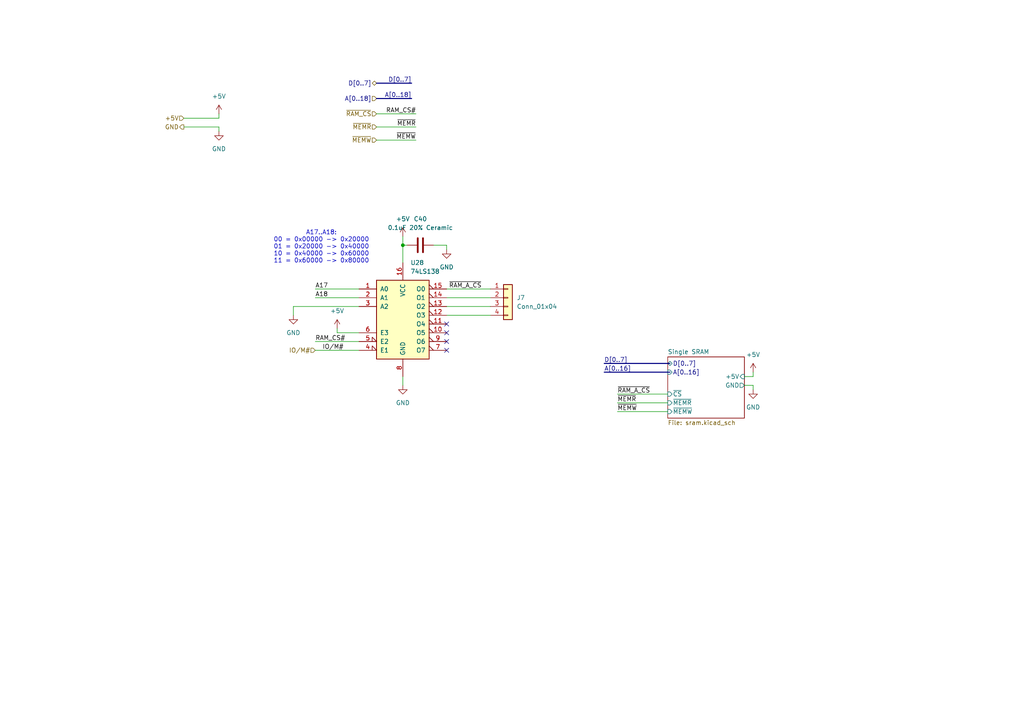
<source format=kicad_sch>
(kicad_sch
	(version 20231120)
	(generator "eeschema")
	(generator_version "8.0")
	(uuid "c80cb149-d59a-4286-8a1d-49dd5994497b")
	(paper "A4")
	(lib_symbols
		(symbol "74xx:74LS138"
			(pin_names
				(offset 1.016)
			)
			(exclude_from_sim no)
			(in_bom yes)
			(on_board yes)
			(property "Reference" "U"
				(at -7.62 11.43 0)
				(effects
					(font
						(size 1.27 1.27)
					)
				)
			)
			(property "Value" "74LS138"
				(at -7.62 -13.97 0)
				(effects
					(font
						(size 1.27 1.27)
					)
				)
			)
			(property "Footprint" ""
				(at 0 0 0)
				(effects
					(font
						(size 1.27 1.27)
					)
					(hide yes)
				)
			)
			(property "Datasheet" "http://www.ti.com/lit/gpn/sn74LS138"
				(at 0 0 0)
				(effects
					(font
						(size 1.27 1.27)
					)
					(hide yes)
				)
			)
			(property "Description" "Decoder 3 to 8 active low outputs"
				(at 0 0 0)
				(effects
					(font
						(size 1.27 1.27)
					)
					(hide yes)
				)
			)
			(property "ki_locked" ""
				(at 0 0 0)
				(effects
					(font
						(size 1.27 1.27)
					)
				)
			)
			(property "ki_keywords" "TTL DECOD DECOD8"
				(at 0 0 0)
				(effects
					(font
						(size 1.27 1.27)
					)
					(hide yes)
				)
			)
			(property "ki_fp_filters" "DIP?16*"
				(at 0 0 0)
				(effects
					(font
						(size 1.27 1.27)
					)
					(hide yes)
				)
			)
			(symbol "74LS138_1_0"
				(pin input line
					(at -12.7 7.62 0)
					(length 5.08)
					(name "A0"
						(effects
							(font
								(size 1.27 1.27)
							)
						)
					)
					(number "1"
						(effects
							(font
								(size 1.27 1.27)
							)
						)
					)
				)
				(pin output output_low
					(at 12.7 -5.08 180)
					(length 5.08)
					(name "O5"
						(effects
							(font
								(size 1.27 1.27)
							)
						)
					)
					(number "10"
						(effects
							(font
								(size 1.27 1.27)
							)
						)
					)
				)
				(pin output output_low
					(at 12.7 -2.54 180)
					(length 5.08)
					(name "O4"
						(effects
							(font
								(size 1.27 1.27)
							)
						)
					)
					(number "11"
						(effects
							(font
								(size 1.27 1.27)
							)
						)
					)
				)
				(pin output output_low
					(at 12.7 0 180)
					(length 5.08)
					(name "O3"
						(effects
							(font
								(size 1.27 1.27)
							)
						)
					)
					(number "12"
						(effects
							(font
								(size 1.27 1.27)
							)
						)
					)
				)
				(pin output output_low
					(at 12.7 2.54 180)
					(length 5.08)
					(name "O2"
						(effects
							(font
								(size 1.27 1.27)
							)
						)
					)
					(number "13"
						(effects
							(font
								(size 1.27 1.27)
							)
						)
					)
				)
				(pin output output_low
					(at 12.7 5.08 180)
					(length 5.08)
					(name "O1"
						(effects
							(font
								(size 1.27 1.27)
							)
						)
					)
					(number "14"
						(effects
							(font
								(size 1.27 1.27)
							)
						)
					)
				)
				(pin output output_low
					(at 12.7 7.62 180)
					(length 5.08)
					(name "O0"
						(effects
							(font
								(size 1.27 1.27)
							)
						)
					)
					(number "15"
						(effects
							(font
								(size 1.27 1.27)
							)
						)
					)
				)
				(pin power_in line
					(at 0 15.24 270)
					(length 5.08)
					(name "VCC"
						(effects
							(font
								(size 1.27 1.27)
							)
						)
					)
					(number "16"
						(effects
							(font
								(size 1.27 1.27)
							)
						)
					)
				)
				(pin input line
					(at -12.7 5.08 0)
					(length 5.08)
					(name "A1"
						(effects
							(font
								(size 1.27 1.27)
							)
						)
					)
					(number "2"
						(effects
							(font
								(size 1.27 1.27)
							)
						)
					)
				)
				(pin input line
					(at -12.7 2.54 0)
					(length 5.08)
					(name "A2"
						(effects
							(font
								(size 1.27 1.27)
							)
						)
					)
					(number "3"
						(effects
							(font
								(size 1.27 1.27)
							)
						)
					)
				)
				(pin input input_low
					(at -12.7 -10.16 0)
					(length 5.08)
					(name "E1"
						(effects
							(font
								(size 1.27 1.27)
							)
						)
					)
					(number "4"
						(effects
							(font
								(size 1.27 1.27)
							)
						)
					)
				)
				(pin input input_low
					(at -12.7 -7.62 0)
					(length 5.08)
					(name "E2"
						(effects
							(font
								(size 1.27 1.27)
							)
						)
					)
					(number "5"
						(effects
							(font
								(size 1.27 1.27)
							)
						)
					)
				)
				(pin input line
					(at -12.7 -5.08 0)
					(length 5.08)
					(name "E3"
						(effects
							(font
								(size 1.27 1.27)
							)
						)
					)
					(number "6"
						(effects
							(font
								(size 1.27 1.27)
							)
						)
					)
				)
				(pin output output_low
					(at 12.7 -10.16 180)
					(length 5.08)
					(name "O7"
						(effects
							(font
								(size 1.27 1.27)
							)
						)
					)
					(number "7"
						(effects
							(font
								(size 1.27 1.27)
							)
						)
					)
				)
				(pin power_in line
					(at 0 -17.78 90)
					(length 5.08)
					(name "GND"
						(effects
							(font
								(size 1.27 1.27)
							)
						)
					)
					(number "8"
						(effects
							(font
								(size 1.27 1.27)
							)
						)
					)
				)
				(pin output output_low
					(at 12.7 -7.62 180)
					(length 5.08)
					(name "O6"
						(effects
							(font
								(size 1.27 1.27)
							)
						)
					)
					(number "9"
						(effects
							(font
								(size 1.27 1.27)
							)
						)
					)
				)
			)
			(symbol "74LS138_1_1"
				(rectangle
					(start -7.62 10.16)
					(end 7.62 -12.7)
					(stroke
						(width 0.254)
						(type default)
					)
					(fill
						(type background)
					)
				)
			)
		)
		(symbol "Connector_Generic:Conn_01x04"
			(pin_names
				(offset 1.016) hide)
			(exclude_from_sim no)
			(in_bom yes)
			(on_board yes)
			(property "Reference" "J"
				(at 0 5.08 0)
				(effects
					(font
						(size 1.27 1.27)
					)
				)
			)
			(property "Value" "Conn_01x04"
				(at 0 -7.62 0)
				(effects
					(font
						(size 1.27 1.27)
					)
				)
			)
			(property "Footprint" ""
				(at 0 0 0)
				(effects
					(font
						(size 1.27 1.27)
					)
					(hide yes)
				)
			)
			(property "Datasheet" "~"
				(at 0 0 0)
				(effects
					(font
						(size 1.27 1.27)
					)
					(hide yes)
				)
			)
			(property "Description" "Generic connector, single row, 01x04, script generated (kicad-library-utils/schlib/autogen/connector/)"
				(at 0 0 0)
				(effects
					(font
						(size 1.27 1.27)
					)
					(hide yes)
				)
			)
			(property "ki_keywords" "connector"
				(at 0 0 0)
				(effects
					(font
						(size 1.27 1.27)
					)
					(hide yes)
				)
			)
			(property "ki_fp_filters" "Connector*:*_1x??_*"
				(at 0 0 0)
				(effects
					(font
						(size 1.27 1.27)
					)
					(hide yes)
				)
			)
			(symbol "Conn_01x04_1_1"
				(rectangle
					(start -1.27 -4.953)
					(end 0 -5.207)
					(stroke
						(width 0.1524)
						(type default)
					)
					(fill
						(type none)
					)
				)
				(rectangle
					(start -1.27 -2.413)
					(end 0 -2.667)
					(stroke
						(width 0.1524)
						(type default)
					)
					(fill
						(type none)
					)
				)
				(rectangle
					(start -1.27 0.127)
					(end 0 -0.127)
					(stroke
						(width 0.1524)
						(type default)
					)
					(fill
						(type none)
					)
				)
				(rectangle
					(start -1.27 2.667)
					(end 0 2.413)
					(stroke
						(width 0.1524)
						(type default)
					)
					(fill
						(type none)
					)
				)
				(rectangle
					(start -1.27 3.81)
					(end 1.27 -6.35)
					(stroke
						(width 0.254)
						(type default)
					)
					(fill
						(type background)
					)
				)
				(pin passive line
					(at -5.08 2.54 0)
					(length 3.81)
					(name "Pin_1"
						(effects
							(font
								(size 1.27 1.27)
							)
						)
					)
					(number "1"
						(effects
							(font
								(size 1.27 1.27)
							)
						)
					)
				)
				(pin passive line
					(at -5.08 0 0)
					(length 3.81)
					(name "Pin_2"
						(effects
							(font
								(size 1.27 1.27)
							)
						)
					)
					(number "2"
						(effects
							(font
								(size 1.27 1.27)
							)
						)
					)
				)
				(pin passive line
					(at -5.08 -2.54 0)
					(length 3.81)
					(name "Pin_3"
						(effects
							(font
								(size 1.27 1.27)
							)
						)
					)
					(number "3"
						(effects
							(font
								(size 1.27 1.27)
							)
						)
					)
				)
				(pin passive line
					(at -5.08 -5.08 0)
					(length 3.81)
					(name "Pin_4"
						(effects
							(font
								(size 1.27 1.27)
							)
						)
					)
					(number "4"
						(effects
							(font
								(size 1.27 1.27)
							)
						)
					)
				)
			)
		)
		(symbol "Device:C"
			(pin_numbers hide)
			(pin_names
				(offset 0.254)
			)
			(exclude_from_sim no)
			(in_bom yes)
			(on_board yes)
			(property "Reference" "C"
				(at 0.635 2.54 0)
				(effects
					(font
						(size 1.27 1.27)
					)
					(justify left)
				)
			)
			(property "Value" "C"
				(at 0.635 -2.54 0)
				(effects
					(font
						(size 1.27 1.27)
					)
					(justify left)
				)
			)
			(property "Footprint" ""
				(at 0.9652 -3.81 0)
				(effects
					(font
						(size 1.27 1.27)
					)
					(hide yes)
				)
			)
			(property "Datasheet" "~"
				(at 0 0 0)
				(effects
					(font
						(size 1.27 1.27)
					)
					(hide yes)
				)
			)
			(property "Description" "Unpolarized capacitor"
				(at 0 0 0)
				(effects
					(font
						(size 1.27 1.27)
					)
					(hide yes)
				)
			)
			(property "ki_keywords" "cap capacitor"
				(at 0 0 0)
				(effects
					(font
						(size 1.27 1.27)
					)
					(hide yes)
				)
			)
			(property "ki_fp_filters" "C_*"
				(at 0 0 0)
				(effects
					(font
						(size 1.27 1.27)
					)
					(hide yes)
				)
			)
			(symbol "C_0_1"
				(polyline
					(pts
						(xy -2.032 -0.762) (xy 2.032 -0.762)
					)
					(stroke
						(width 0.508)
						(type default)
					)
					(fill
						(type none)
					)
				)
				(polyline
					(pts
						(xy -2.032 0.762) (xy 2.032 0.762)
					)
					(stroke
						(width 0.508)
						(type default)
					)
					(fill
						(type none)
					)
				)
			)
			(symbol "C_1_1"
				(pin passive line
					(at 0 3.81 270)
					(length 2.794)
					(name "~"
						(effects
							(font
								(size 1.27 1.27)
							)
						)
					)
					(number "1"
						(effects
							(font
								(size 1.27 1.27)
							)
						)
					)
				)
				(pin passive line
					(at 0 -3.81 90)
					(length 2.794)
					(name "~"
						(effects
							(font
								(size 1.27 1.27)
							)
						)
					)
					(number "2"
						(effects
							(font
								(size 1.27 1.27)
							)
						)
					)
				)
			)
		)
		(symbol "power:+5V"
			(power)
			(pin_names
				(offset 0)
			)
			(exclude_from_sim no)
			(in_bom yes)
			(on_board yes)
			(property "Reference" "#PWR"
				(at 0 -3.81 0)
				(effects
					(font
						(size 1.27 1.27)
					)
					(hide yes)
				)
			)
			(property "Value" "+5V"
				(at 0 3.556 0)
				(effects
					(font
						(size 1.27 1.27)
					)
				)
			)
			(property "Footprint" ""
				(at 0 0 0)
				(effects
					(font
						(size 1.27 1.27)
					)
					(hide yes)
				)
			)
			(property "Datasheet" ""
				(at 0 0 0)
				(effects
					(font
						(size 1.27 1.27)
					)
					(hide yes)
				)
			)
			(property "Description" "Power symbol creates a global label with name \"+5V\""
				(at 0 0 0)
				(effects
					(font
						(size 1.27 1.27)
					)
					(hide yes)
				)
			)
			(property "ki_keywords" "global power"
				(at 0 0 0)
				(effects
					(font
						(size 1.27 1.27)
					)
					(hide yes)
				)
			)
			(symbol "+5V_0_1"
				(polyline
					(pts
						(xy -0.762 1.27) (xy 0 2.54)
					)
					(stroke
						(width 0)
						(type default)
					)
					(fill
						(type none)
					)
				)
				(polyline
					(pts
						(xy 0 0) (xy 0 2.54)
					)
					(stroke
						(width 0)
						(type default)
					)
					(fill
						(type none)
					)
				)
				(polyline
					(pts
						(xy 0 2.54) (xy 0.762 1.27)
					)
					(stroke
						(width 0)
						(type default)
					)
					(fill
						(type none)
					)
				)
			)
			(symbol "+5V_1_1"
				(pin power_in line
					(at 0 0 90)
					(length 0) hide
					(name "+5V"
						(effects
							(font
								(size 1.27 1.27)
							)
						)
					)
					(number "1"
						(effects
							(font
								(size 1.27 1.27)
							)
						)
					)
				)
			)
		)
		(symbol "power:GND"
			(power)
			(pin_names
				(offset 0)
			)
			(exclude_from_sim no)
			(in_bom yes)
			(on_board yes)
			(property "Reference" "#PWR"
				(at 0 -6.35 0)
				(effects
					(font
						(size 1.27 1.27)
					)
					(hide yes)
				)
			)
			(property "Value" "GND"
				(at 0 -3.81 0)
				(effects
					(font
						(size 1.27 1.27)
					)
				)
			)
			(property "Footprint" ""
				(at 0 0 0)
				(effects
					(font
						(size 1.27 1.27)
					)
					(hide yes)
				)
			)
			(property "Datasheet" ""
				(at 0 0 0)
				(effects
					(font
						(size 1.27 1.27)
					)
					(hide yes)
				)
			)
			(property "Description" "Power symbol creates a global label with name \"GND\" , ground"
				(at 0 0 0)
				(effects
					(font
						(size 1.27 1.27)
					)
					(hide yes)
				)
			)
			(property "ki_keywords" "global power"
				(at 0 0 0)
				(effects
					(font
						(size 1.27 1.27)
					)
					(hide yes)
				)
			)
			(symbol "GND_0_1"
				(polyline
					(pts
						(xy 0 0) (xy 0 -1.27) (xy 1.27 -1.27) (xy 0 -2.54) (xy -1.27 -1.27) (xy 0 -1.27)
					)
					(stroke
						(width 0)
						(type default)
					)
					(fill
						(type none)
					)
				)
			)
			(symbol "GND_1_1"
				(pin power_in line
					(at 0 0 270)
					(length 0) hide
					(name "GND"
						(effects
							(font
								(size 1.27 1.27)
							)
						)
					)
					(number "1"
						(effects
							(font
								(size 1.27 1.27)
							)
						)
					)
				)
			)
		)
	)
	(junction
		(at 116.84 71.12)
		(diameter 0)
		(color 0 0 0 0)
		(uuid "4fb2c74a-609b-44bc-b84d-a2fbba5549ee")
	)
	(no_connect
		(at 129.54 99.06)
		(uuid "0107f384-0e64-4e02-bd6c-ae2634b273d5")
	)
	(no_connect
		(at 129.54 93.98)
		(uuid "56135e8b-2db2-4163-83bb-8ba12c630132")
	)
	(no_connect
		(at 129.54 101.6)
		(uuid "7bc3e47d-8f12-4c62-9e16-c0622cf2a1c7")
	)
	(no_connect
		(at 129.54 96.52)
		(uuid "e64dcd32-1090-4366-95d3-96e3e4e65f43")
	)
	(wire
		(pts
			(xy 179.07 116.84) (xy 193.675 116.84)
		)
		(stroke
			(width 0)
			(type default)
		)
		(uuid "02d631bb-7bff-4305-92af-9e98e9af850a")
	)
	(wire
		(pts
			(xy 125.73 71.12) (xy 129.54 71.12)
		)
		(stroke
			(width 0)
			(type default)
		)
		(uuid "0caf55c4-af2b-496d-8acc-3dc9c7f84c00")
	)
	(wire
		(pts
			(xy 116.84 109.22) (xy 116.84 111.76)
		)
		(stroke
			(width 0)
			(type default)
		)
		(uuid "0cc517dd-f27a-4c71-a398-999065b9e5a2")
	)
	(bus
		(pts
			(xy 109.22 28.575) (xy 119.38 28.575)
		)
		(stroke
			(width 0)
			(type default)
		)
		(uuid "12868d05-d9d0-4cce-823a-7a33db41f29e")
	)
	(wire
		(pts
			(xy 215.9 111.76) (xy 218.44 111.76)
		)
		(stroke
			(width 0)
			(type default)
		)
		(uuid "2973d781-2153-4027-9fda-3d3ffbddb80f")
	)
	(bus
		(pts
			(xy 175.26 107.95) (xy 194.31 107.95)
		)
		(stroke
			(width 0)
			(type default)
		)
		(uuid "2ca5417a-9712-4c5e-848f-7b05904d12a4")
	)
	(wire
		(pts
			(xy 109.22 33.02) (xy 120.65 33.02)
		)
		(stroke
			(width 0)
			(type default)
		)
		(uuid "35feeed1-ea0f-498a-8b1e-31830a6c218c")
	)
	(bus
		(pts
			(xy 109.22 24.13) (xy 119.38 24.13)
		)
		(stroke
			(width 0)
			(type default)
		)
		(uuid "36172b30-c4bd-4f9a-9c29-b20b4104553c")
	)
	(wire
		(pts
			(xy 63.5 36.83) (xy 63.5 38.1)
		)
		(stroke
			(width 0)
			(type default)
		)
		(uuid "43fa1e72-0633-45f3-8ef9-ae38333a1e97")
	)
	(wire
		(pts
			(xy 97.79 95.25) (xy 97.79 96.52)
		)
		(stroke
			(width 0)
			(type default)
		)
		(uuid "44c8bba2-9047-4bf5-bd99-76278ad1bdb0")
	)
	(wire
		(pts
			(xy 129.54 83.82) (xy 142.24 83.82)
		)
		(stroke
			(width 0)
			(type default)
		)
		(uuid "490cfe3b-902c-4608-8475-97e3a3f28138")
	)
	(wire
		(pts
			(xy 91.44 83.82) (xy 104.14 83.82)
		)
		(stroke
			(width 0)
			(type default)
		)
		(uuid "5852c9a2-d989-4a1c-bb7b-23eebf1c900d")
	)
	(wire
		(pts
			(xy 91.44 99.06) (xy 104.14 99.06)
		)
		(stroke
			(width 0)
			(type default)
		)
		(uuid "5b6c14f5-ead5-40d8-9b23-81c390af0c37")
	)
	(wire
		(pts
			(xy 109.22 36.83) (xy 120.65 36.83)
		)
		(stroke
			(width 0)
			(type default)
		)
		(uuid "6e2adfbc-27e1-484a-9cf1-6356679b7728")
	)
	(wire
		(pts
			(xy 109.22 40.64) (xy 120.65 40.64)
		)
		(stroke
			(width 0)
			(type default)
		)
		(uuid "6e85ebb9-3187-4376-af65-267a9ae07fce")
	)
	(wire
		(pts
			(xy 97.79 96.52) (xy 104.14 96.52)
		)
		(stroke
			(width 0)
			(type default)
		)
		(uuid "75a67d16-f989-4022-b52c-6992fd60c867")
	)
	(wire
		(pts
			(xy 116.84 71.12) (xy 118.11 71.12)
		)
		(stroke
			(width 0)
			(type default)
		)
		(uuid "76e0c84d-0fc8-49c7-ba1e-f1d3b2924a70")
	)
	(wire
		(pts
			(xy 91.44 86.36) (xy 104.14 86.36)
		)
		(stroke
			(width 0)
			(type default)
		)
		(uuid "7945a306-79ea-4cac-8be2-201b7725c1de")
	)
	(wire
		(pts
			(xy 116.84 68.58) (xy 116.84 71.12)
		)
		(stroke
			(width 0)
			(type default)
		)
		(uuid "7e6262e5-516e-4c2f-9980-9e351b63eab7")
	)
	(wire
		(pts
			(xy 116.84 71.12) (xy 116.84 76.2)
		)
		(stroke
			(width 0)
			(type default)
		)
		(uuid "8354f1c2-542a-422b-8ec6-6f3db1f10938")
	)
	(wire
		(pts
			(xy 218.44 111.76) (xy 218.44 113.03)
		)
		(stroke
			(width 0)
			(type default)
		)
		(uuid "8e569522-ff04-43bf-8559-8af97fa8db84")
	)
	(wire
		(pts
			(xy 129.54 71.12) (xy 129.54 72.39)
		)
		(stroke
			(width 0)
			(type default)
		)
		(uuid "9a72c26c-eb17-4b25-8908-0130516863dd")
	)
	(wire
		(pts
			(xy 91.44 101.6) (xy 104.14 101.6)
		)
		(stroke
			(width 0)
			(type default)
		)
		(uuid "9f5117b2-2c9a-400e-bb1c-e2ce370a5a08")
	)
	(wire
		(pts
			(xy 129.54 91.44) (xy 142.24 91.44)
		)
		(stroke
			(width 0)
			(type default)
		)
		(uuid "a4a9c4d1-ce5a-45ee-9338-72fc9bc6ac55")
	)
	(bus
		(pts
			(xy 175.26 105.41) (xy 194.31 105.41)
		)
		(stroke
			(width 0)
			(type default)
		)
		(uuid "a64621eb-6536-4a12-9a05-013f6c8cfd8d")
	)
	(wire
		(pts
			(xy 179.07 114.3) (xy 193.675 114.3)
		)
		(stroke
			(width 0)
			(type default)
		)
		(uuid "a8d7349f-b397-4823-8161-ee2519692f1f")
	)
	(wire
		(pts
			(xy 53.34 34.29) (xy 63.5 34.29)
		)
		(stroke
			(width 0)
			(type default)
		)
		(uuid "b0c8868f-6335-46b0-8391-5e6bd64b162a")
	)
	(wire
		(pts
			(xy 218.44 109.22) (xy 218.44 107.95)
		)
		(stroke
			(width 0)
			(type default)
		)
		(uuid "b56aaa0d-3320-4acc-80d1-832a729125c5")
	)
	(wire
		(pts
			(xy 104.14 88.9) (xy 85.09 88.9)
		)
		(stroke
			(width 0)
			(type default)
		)
		(uuid "c74f05c7-502d-49c6-afb6-d8c008ae7568")
	)
	(wire
		(pts
			(xy 129.54 88.9) (xy 142.24 88.9)
		)
		(stroke
			(width 0)
			(type default)
		)
		(uuid "dc72c552-f03a-4c8a-8409-af1cdca081ba")
	)
	(wire
		(pts
			(xy 85.09 88.9) (xy 85.09 91.44)
		)
		(stroke
			(width 0)
			(type default)
		)
		(uuid "dd45e4ec-f51d-45d0-9bb1-dad5ef0a0c74")
	)
	(wire
		(pts
			(xy 63.5 34.29) (xy 63.5 33.02)
		)
		(stroke
			(width 0)
			(type default)
		)
		(uuid "de1fbb63-3197-41aa-ab7d-cf6765f9bb6d")
	)
	(wire
		(pts
			(xy 53.34 36.83) (xy 63.5 36.83)
		)
		(stroke
			(width 0)
			(type default)
		)
		(uuid "eb88d9f1-a0a7-4778-9ac6-341ff6d9b74b")
	)
	(wire
		(pts
			(xy 179.07 119.38) (xy 193.675 119.38)
		)
		(stroke
			(width 0)
			(type default)
		)
		(uuid "ed18325c-58a1-4c97-95e3-35173a9c9b09")
	)
	(wire
		(pts
			(xy 215.9 109.22) (xy 218.44 109.22)
		)
		(stroke
			(width 0)
			(type default)
		)
		(uuid "ef89ff66-4da0-4956-9f34-50cc0142546a")
	)
	(wire
		(pts
			(xy 129.54 86.36) (xy 142.24 86.36)
		)
		(stroke
			(width 0)
			(type default)
		)
		(uuid "f8805462-3982-4c70-80af-47317c4a3269")
	)
	(text "A17..A18:\n00 = 0x00000 -> 0x20000\n01 = 0x20000 -> 0x40000\n10 = 0x40000 -> 0x60000\n11 = 0x60000 -> 0x80000\n"
		(exclude_from_sim no)
		(at 93.218 71.628 0)
		(effects
			(font
				(size 1.27 1.27)
			)
		)
		(uuid "8b3ef535-6301-41e5-923c-9032ce0727f0")
	)
	(label "A17"
		(at 91.44 83.82 0)
		(fields_autoplaced yes)
		(effects
			(font
				(size 1.27 1.27)
			)
			(justify left bottom)
		)
		(uuid "0ca5a6c2-312c-4070-847a-1b93498d8591")
	)
	(label "A18"
		(at 91.44 86.36 0)
		(fields_autoplaced yes)
		(effects
			(font
				(size 1.27 1.27)
			)
			(justify left bottom)
		)
		(uuid "167a76b3-5a82-4124-ba99-51aa7fa3d344")
	)
	(label "~{RAM_A_CS}"
		(at 139.7 83.82 180)
		(fields_autoplaced yes)
		(effects
			(font
				(size 1.27 1.27)
			)
			(justify right bottom)
		)
		(uuid "272b4d40-44c6-4104-8e52-e6a7f8c0d2d2")
	)
	(label "~{MEMR}"
		(at 120.65 36.83 180)
		(fields_autoplaced yes)
		(effects
			(font
				(size 1.27 1.27)
			)
			(justify right bottom)
		)
		(uuid "619ef0f1-36d4-4fa5-83fe-8db657fcc366")
	)
	(label "D[0..7]"
		(at 175.26 105.41 0)
		(fields_autoplaced yes)
		(effects
			(font
				(size 1.27 1.27)
			)
			(justify left bottom)
		)
		(uuid "682164c3-323e-4a2a-a507-5af4262a719b")
	)
	(label "A[0..18]"
		(at 119.38 28.575 180)
		(fields_autoplaced yes)
		(effects
			(font
				(size 1.27 1.27)
			)
			(justify right bottom)
		)
		(uuid "771a1827-35ae-4a04-92be-f571c0c9db3f")
	)
	(label "IO{slash}M#"
		(at 99.695 101.6 180)
		(fields_autoplaced yes)
		(effects
			(font
				(size 1.27 1.27)
			)
			(justify right bottom)
		)
		(uuid "8d60c396-daa4-46ad-b823-518ef0fd64c7")
	)
	(label "~{MEMW}"
		(at 179.07 119.38 0)
		(fields_autoplaced yes)
		(effects
			(font
				(size 1.27 1.27)
			)
			(justify left bottom)
		)
		(uuid "a4ee53e2-183d-40a6-915c-c02f029ef27f")
	)
	(label "~{MEMW}"
		(at 120.65 40.64 180)
		(fields_autoplaced yes)
		(effects
			(font
				(size 1.27 1.27)
			)
			(justify right bottom)
		)
		(uuid "aa92e865-9d17-45e6-a6ba-a8bcf3fe0203")
	)
	(label "~{RAM_A_CS}"
		(at 179.07 114.3 0)
		(fields_autoplaced yes)
		(effects
			(font
				(size 1.27 1.27)
			)
			(justify left bottom)
		)
		(uuid "c518b9aa-ba07-4663-aa4d-60bdb2857b1a")
	)
	(label "RAM_CS#"
		(at 120.65 33.02 180)
		(fields_autoplaced yes)
		(effects
			(font
				(size 1.27 1.27)
			)
			(justify right bottom)
		)
		(uuid "d1ef114d-aa85-4f51-85b2-07e5270c6d29")
	)
	(label "D[0..7]"
		(at 119.38 24.13 180)
		(fields_autoplaced yes)
		(effects
			(font
				(size 1.27 1.27)
			)
			(justify right bottom)
		)
		(uuid "e123bc42-4902-43cc-96f8-829d3f544173")
	)
	(label "~{MEMR}"
		(at 179.07 116.84 0)
		(fields_autoplaced yes)
		(effects
			(font
				(size 1.27 1.27)
			)
			(justify left bottom)
		)
		(uuid "e4f2d1fe-f55e-40dc-9c0d-a3ca974286b1")
	)
	(label "RAM_CS#"
		(at 91.44 99.06 0)
		(fields_autoplaced yes)
		(effects
			(font
				(size 1.27 1.27)
			)
			(justify left bottom)
		)
		(uuid "e857f5cb-b1be-4e62-a391-70e29c2e5e23")
	)
	(label "A[0..16]"
		(at 175.26 107.95 0)
		(fields_autoplaced yes)
		(effects
			(font
				(size 1.27 1.27)
			)
			(justify left bottom)
		)
		(uuid "ff7fa03b-3aee-43e7-8a5d-196730ef1607")
	)
	(hierarchical_label "~{MEMW}"
		(shape input)
		(at 109.22 40.64 180)
		(fields_autoplaced yes)
		(effects
			(font
				(size 1.27 1.27)
			)
			(justify right)
		)
		(uuid "0f10f364-7708-4b1f-b636-fe1dbde993ab")
	)
	(hierarchical_label "+5V"
		(shape input)
		(at 53.34 34.29 180)
		(fields_autoplaced yes)
		(effects
			(font
				(size 1.27 1.27)
			)
			(justify right)
		)
		(uuid "37ea6d5c-c4f9-44ed-9f1b-44c6e86969d8")
	)
	(hierarchical_label "GND"
		(shape output)
		(at 53.34 36.83 180)
		(fields_autoplaced yes)
		(effects
			(font
				(size 1.27 1.27)
			)
			(justify right)
		)
		(uuid "793aa57f-54e5-4c49-ab9c-bf3971deb906")
	)
	(hierarchical_label "~{RAM_CS}"
		(shape input)
		(at 109.22 33.02 180)
		(fields_autoplaced yes)
		(effects
			(font
				(size 1.27 1.27)
			)
			(justify right)
		)
		(uuid "873c652a-65cf-4a33-84a7-2e67249c5dc3")
	)
	(hierarchical_label "~{MEMR}"
		(shape input)
		(at 109.22 36.83 180)
		(fields_autoplaced yes)
		(effects
			(font
				(size 1.27 1.27)
			)
			(justify right)
		)
		(uuid "917a2aa4-2ef5-411e-a6e5-a8832aa04d94")
	)
	(hierarchical_label "IO{slash}M#"
		(shape input)
		(at 91.44 101.6 180)
		(fields_autoplaced yes)
		(effects
			(font
				(size 1.27 1.27)
			)
			(justify right)
		)
		(uuid "ad97d553-5957-49ef-894a-1796e70bca35")
	)
	(hierarchical_label "D[0..7]"
		(shape bidirectional)
		(at 109.22 24.13 180)
		(fields_autoplaced yes)
		(effects
			(font
				(size 1.27 1.27)
			)
			(justify right)
		)
		(uuid "d237362d-ab1f-489d-a93c-f4d6a87b246a")
	)
	(hierarchical_label "A[0..18]"
		(shape input)
		(at 109.22 28.575 180)
		(fields_autoplaced yes)
		(effects
			(font
				(size 1.27 1.27)
			)
			(justify right)
		)
		(uuid "eaa5a6a1-13e6-49fc-8316-78cbc158b6c9")
	)
	(symbol
		(lib_id "power:+5V")
		(at 97.79 95.25 0)
		(unit 1)
		(exclude_from_sim no)
		(in_bom yes)
		(on_board yes)
		(dnp no)
		(fields_autoplaced yes)
		(uuid "036db2f0-59dd-4074-97d6-56773394eee6")
		(property "Reference" "#PWR080"
			(at 97.79 99.06 0)
			(effects
				(font
					(size 1.27 1.27)
				)
				(hide yes)
			)
		)
		(property "Value" "+5V"
			(at 97.79 90.17 0)
			(effects
				(font
					(size 1.27 1.27)
				)
			)
		)
		(property "Footprint" ""
			(at 97.79 95.25 0)
			(effects
				(font
					(size 1.27 1.27)
				)
				(hide yes)
			)
		)
		(property "Datasheet" ""
			(at 97.79 95.25 0)
			(effects
				(font
					(size 1.27 1.27)
				)
				(hide yes)
			)
		)
		(property "Description" ""
			(at 97.79 95.25 0)
			(effects
				(font
					(size 1.27 1.27)
				)
				(hide yes)
			)
		)
		(pin "1"
			(uuid "9efa1c83-0d99-472d-bc0a-e9aecde4b94c")
		)
		(instances
			(project "prototype_8088"
				(path "/5e468d94-0319-44d1-a77f-2adc451eed13/60e3f5cc-e9a1-4c51-8079-4abea41f3ef6"
					(reference "#PWR080")
					(unit 1)
				)
			)
		)
	)
	(symbol
		(lib_id "power:GND")
		(at 63.5 38.1 0)
		(unit 1)
		(exclude_from_sim no)
		(in_bom yes)
		(on_board yes)
		(dnp no)
		(fields_autoplaced yes)
		(uuid "4322f6b5-04ff-4b1b-b217-3a18a815cc1e")
		(property "Reference" "#PWR0219"
			(at 63.5 44.45 0)
			(effects
				(font
					(size 1.27 1.27)
				)
				(hide yes)
			)
		)
		(property "Value" "GND"
			(at 63.5 43.18 0)
			(effects
				(font
					(size 1.27 1.27)
				)
			)
		)
		(property "Footprint" ""
			(at 63.5 38.1 0)
			(effects
				(font
					(size 1.27 1.27)
				)
				(hide yes)
			)
		)
		(property "Datasheet" ""
			(at 63.5 38.1 0)
			(effects
				(font
					(size 1.27 1.27)
				)
				(hide yes)
			)
		)
		(property "Description" ""
			(at 63.5 38.1 0)
			(effects
				(font
					(size 1.27 1.27)
				)
				(hide yes)
			)
		)
		(pin "1"
			(uuid "608a38e7-cb9f-4818-a981-50e0e6c25753")
		)
		(instances
			(project "prototype_8088"
				(path "/5e468d94-0319-44d1-a77f-2adc451eed13/60e3f5cc-e9a1-4c51-8079-4abea41f3ef6"
					(reference "#PWR0219")
					(unit 1)
				)
			)
		)
	)
	(symbol
		(lib_id "74xx:74LS138")
		(at 116.84 91.44 0)
		(unit 1)
		(exclude_from_sim no)
		(in_bom yes)
		(on_board yes)
		(dnp no)
		(fields_autoplaced yes)
		(uuid "4bf08f00-1463-40d2-8a59-1f31fc930179")
		(property "Reference" "U28"
			(at 119.0341 76.2 0)
			(effects
				(font
					(size 1.27 1.27)
				)
				(justify left)
			)
		)
		(property "Value" "74LS138"
			(at 119.0341 78.74 0)
			(effects
				(font
					(size 1.27 1.27)
				)
				(justify left)
			)
		)
		(property "Footprint" "Package_DIP:DIP-16_W7.62mm_Socket"
			(at 116.84 91.44 0)
			(effects
				(font
					(size 1.27 1.27)
				)
				(hide yes)
			)
		)
		(property "Datasheet" "http://www.ti.com/lit/gpn/sn74LS138"
			(at 116.84 91.44 0)
			(effects
				(font
					(size 1.27 1.27)
				)
				(hide yes)
			)
		)
		(property "Description" "Decoder 3 to 8 active low outputs"
			(at 116.84 91.44 0)
			(effects
				(font
					(size 1.27 1.27)
				)
				(hide yes)
			)
		)
		(pin "5"
			(uuid "8353aed6-1ced-4a83-8a45-81fba9da29d9")
		)
		(pin "12"
			(uuid "ca7e9b52-8187-4ef0-82fa-c6f7c22d0fb0")
		)
		(pin "2"
			(uuid "21ff178d-dfb7-45bc-b8d0-0add6a4aa99c")
		)
		(pin "1"
			(uuid "eec6438e-ff10-458b-bb4d-974dba869eb5")
		)
		(pin "3"
			(uuid "f7a1e051-59ee-4702-9bbd-46950c7789de")
		)
		(pin "6"
			(uuid "cac68207-85c4-42d2-b499-dbe47bbf40ac")
		)
		(pin "11"
			(uuid "91f6c85b-999b-4ce2-9c16-6aa7f5f2b6b7")
		)
		(pin "4"
			(uuid "24a202f8-7f4c-4f7a-a997-2b858658f001")
		)
		(pin "16"
			(uuid "6e27e84c-7ad4-4730-9048-54879ccc0b27")
		)
		(pin "10"
			(uuid "50bfc27f-ab7a-4510-b8aa-bafcd9c9cfeb")
		)
		(pin "13"
			(uuid "ef551ab5-738e-4d03-a784-90b4bf95394f")
		)
		(pin "8"
			(uuid "873d6fac-a9c8-4d52-9a23-cb39e77d0454")
		)
		(pin "7"
			(uuid "b459e464-a4b0-45df-9bad-57561201f5b2")
		)
		(pin "15"
			(uuid "b87838b5-3665-4d8a-a1c4-b8631c2800a8")
		)
		(pin "9"
			(uuid "2bf05f93-725e-4bf4-8922-bcf362d4f6d0")
		)
		(pin "14"
			(uuid "eff6a5b2-574e-46f0-a8ac-f260d197f2e2")
		)
		(instances
			(project "prototype_8088"
				(path "/5e468d94-0319-44d1-a77f-2adc451eed13/60e3f5cc-e9a1-4c51-8079-4abea41f3ef6"
					(reference "U28")
					(unit 1)
				)
			)
		)
	)
	(symbol
		(lib_id "power:+5V")
		(at 63.5 33.02 0)
		(unit 1)
		(exclude_from_sim no)
		(in_bom yes)
		(on_board yes)
		(dnp no)
		(fields_autoplaced yes)
		(uuid "4c04b194-2f9d-402f-a5ce-b8b0f392cd9c")
		(property "Reference" "#PWR0218"
			(at 63.5 36.83 0)
			(effects
				(font
					(size 1.27 1.27)
				)
				(hide yes)
			)
		)
		(property "Value" "+5V"
			(at 63.5 27.94 0)
			(effects
				(font
					(size 1.27 1.27)
				)
			)
		)
		(property "Footprint" ""
			(at 63.5 33.02 0)
			(effects
				(font
					(size 1.27 1.27)
				)
				(hide yes)
			)
		)
		(property "Datasheet" ""
			(at 63.5 33.02 0)
			(effects
				(font
					(size 1.27 1.27)
				)
				(hide yes)
			)
		)
		(property "Description" ""
			(at 63.5 33.02 0)
			(effects
				(font
					(size 1.27 1.27)
				)
				(hide yes)
			)
		)
		(pin "1"
			(uuid "80ba1dae-e5cd-45d8-ab87-dcad67237c52")
		)
		(instances
			(project "prototype_8088"
				(path "/5e468d94-0319-44d1-a77f-2adc451eed13/60e3f5cc-e9a1-4c51-8079-4abea41f3ef6"
					(reference "#PWR0218")
					(unit 1)
				)
			)
		)
	)
	(symbol
		(lib_id "power:GND")
		(at 218.44 113.03 0)
		(unit 1)
		(exclude_from_sim no)
		(in_bom yes)
		(on_board yes)
		(dnp no)
		(fields_autoplaced yes)
		(uuid "69a8c64c-0b94-442a-81ac-2feff11ee513")
		(property "Reference" "#PWR0233"
			(at 218.44 119.38 0)
			(effects
				(font
					(size 1.27 1.27)
				)
				(hide yes)
			)
		)
		(property "Value" "GND"
			(at 218.44 118.11 0)
			(effects
				(font
					(size 1.27 1.27)
				)
			)
		)
		(property "Footprint" ""
			(at 218.44 113.03 0)
			(effects
				(font
					(size 1.27 1.27)
				)
				(hide yes)
			)
		)
		(property "Datasheet" ""
			(at 218.44 113.03 0)
			(effects
				(font
					(size 1.27 1.27)
				)
				(hide yes)
			)
		)
		(property "Description" ""
			(at 218.44 113.03 0)
			(effects
				(font
					(size 1.27 1.27)
				)
				(hide yes)
			)
		)
		(pin "1"
			(uuid "18fb035c-92f1-4730-8a66-29f977ce7348")
		)
		(instances
			(project "prototype_8088"
				(path "/5e468d94-0319-44d1-a77f-2adc451eed13/60e3f5cc-e9a1-4c51-8079-4abea41f3ef6"
					(reference "#PWR0233")
					(unit 1)
				)
			)
		)
	)
	(symbol
		(lib_id "power:GND")
		(at 129.54 72.39 0)
		(unit 1)
		(exclude_from_sim no)
		(in_bom yes)
		(on_board yes)
		(dnp no)
		(fields_autoplaced yes)
		(uuid "6b80ae8c-e1b2-4574-96cd-4d0ae86630d8")
		(property "Reference" "#PWR0223"
			(at 129.54 78.74 0)
			(effects
				(font
					(size 1.27 1.27)
				)
				(hide yes)
			)
		)
		(property "Value" "GND"
			(at 129.54 77.47 0)
			(effects
				(font
					(size 1.27 1.27)
				)
			)
		)
		(property "Footprint" ""
			(at 129.54 72.39 0)
			(effects
				(font
					(size 1.27 1.27)
				)
				(hide yes)
			)
		)
		(property "Datasheet" ""
			(at 129.54 72.39 0)
			(effects
				(font
					(size 1.27 1.27)
				)
				(hide yes)
			)
		)
		(property "Description" ""
			(at 129.54 72.39 0)
			(effects
				(font
					(size 1.27 1.27)
				)
				(hide yes)
			)
		)
		(pin "1"
			(uuid "3f2b8d73-25bb-4fc7-a366-196f65e9a000")
		)
		(instances
			(project "prototype_8088"
				(path "/5e468d94-0319-44d1-a77f-2adc451eed13/60e3f5cc-e9a1-4c51-8079-4abea41f3ef6"
					(reference "#PWR0223")
					(unit 1)
				)
			)
		)
	)
	(symbol
		(lib_id "Connector_Generic:Conn_01x04")
		(at 147.32 86.36 0)
		(unit 1)
		(exclude_from_sim no)
		(in_bom yes)
		(on_board yes)
		(dnp no)
		(fields_autoplaced yes)
		(uuid "b508898a-5ca9-43c3-ad15-6d75a787e371")
		(property "Reference" "J7"
			(at 149.86 86.3599 0)
			(effects
				(font
					(size 1.27 1.27)
				)
				(justify left)
			)
		)
		(property "Value" "Conn_01x04"
			(at 149.86 88.8999 0)
			(effects
				(font
					(size 1.27 1.27)
				)
				(justify left)
			)
		)
		(property "Footprint" "Connector_PinSocket_2.54mm:PinSocket_1x04_P2.54mm_Vertical"
			(at 147.32 86.36 0)
			(effects
				(font
					(size 1.27 1.27)
				)
				(hide yes)
			)
		)
		(property "Datasheet" "~"
			(at 147.32 86.36 0)
			(effects
				(font
					(size 1.27 1.27)
				)
				(hide yes)
			)
		)
		(property "Description" "Generic connector, single row, 01x04, script generated (kicad-library-utils/schlib/autogen/connector/)"
			(at 147.32 86.36 0)
			(effects
				(font
					(size 1.27 1.27)
				)
				(hide yes)
			)
		)
		(pin "3"
			(uuid "215beb11-2025-428b-a25e-5532e7037936")
		)
		(pin "1"
			(uuid "2fc1c798-9f20-420e-81d0-f2229820ce30")
		)
		(pin "2"
			(uuid "0b63679b-0aef-4f13-856b-f106490f1c70")
		)
		(pin "4"
			(uuid "82bb2d50-cf8c-4783-b833-866c4c72208a")
		)
		(instances
			(project "prototype_8088"
				(path "/5e468d94-0319-44d1-a77f-2adc451eed13/60e3f5cc-e9a1-4c51-8079-4abea41f3ef6"
					(reference "J7")
					(unit 1)
				)
			)
		)
	)
	(symbol
		(lib_id "power:GND")
		(at 116.84 111.76 0)
		(unit 1)
		(exclude_from_sim no)
		(in_bom yes)
		(on_board yes)
		(dnp no)
		(fields_autoplaced yes)
		(uuid "ba0ebf63-0074-4180-ac05-2da00bb58af8")
		(property "Reference" "#PWR077"
			(at 116.84 118.11 0)
			(effects
				(font
					(size 1.27 1.27)
				)
				(hide yes)
			)
		)
		(property "Value" "GND"
			(at 116.84 116.84 0)
			(effects
				(font
					(size 1.27 1.27)
				)
			)
		)
		(property "Footprint" ""
			(at 116.84 111.76 0)
			(effects
				(font
					(size 1.27 1.27)
				)
				(hide yes)
			)
		)
		(property "Datasheet" ""
			(at 116.84 111.76 0)
			(effects
				(font
					(size 1.27 1.27)
				)
				(hide yes)
			)
		)
		(property "Description" ""
			(at 116.84 111.76 0)
			(effects
				(font
					(size 1.27 1.27)
				)
				(hide yes)
			)
		)
		(pin "1"
			(uuid "68a40092-895e-4d3a-893e-82a9d7fb635b")
		)
		(instances
			(project "prototype_8088"
				(path "/5e468d94-0319-44d1-a77f-2adc451eed13/60e3f5cc-e9a1-4c51-8079-4abea41f3ef6"
					(reference "#PWR077")
					(unit 1)
				)
			)
		)
	)
	(symbol
		(lib_id "Device:C")
		(at 121.92 71.12 90)
		(unit 1)
		(exclude_from_sim no)
		(in_bom yes)
		(on_board yes)
		(dnp no)
		(fields_autoplaced yes)
		(uuid "cc0825da-b512-4f94-9f38-8f2f1ae598a6")
		(property "Reference" "C40"
			(at 121.92 63.5 90)
			(effects
				(font
					(size 1.27 1.27)
				)
			)
		)
		(property "Value" "0.1uF 20% Ceramic"
			(at 121.92 66.04 90)
			(effects
				(font
					(size 1.27 1.27)
				)
			)
		)
		(property "Footprint" "Capacitor_THT:C_Disc_D3.8mm_W2.6mm_P2.50mm"
			(at 125.73 70.1548 0)
			(effects
				(font
					(size 1.27 1.27)
				)
				(hide yes)
			)
		)
		(property "Datasheet" "~"
			(at 121.92 71.12 0)
			(effects
				(font
					(size 1.27 1.27)
				)
				(hide yes)
			)
		)
		(property "Description" ""
			(at 121.92 71.12 0)
			(effects
				(font
					(size 1.27 1.27)
				)
				(hide yes)
			)
		)
		(pin "1"
			(uuid "9cbe2a87-f152-4081-afe2-28d5d3c8a130")
		)
		(pin "2"
			(uuid "244b43f8-6f4d-45c8-9668-9ac05904cf87")
		)
		(instances
			(project "prototype_8088"
				(path "/5e468d94-0319-44d1-a77f-2adc451eed13/60e3f5cc-e9a1-4c51-8079-4abea41f3ef6"
					(reference "C40")
					(unit 1)
				)
			)
		)
	)
	(symbol
		(lib_id "power:+5V")
		(at 116.84 68.58 0)
		(unit 1)
		(exclude_from_sim no)
		(in_bom yes)
		(on_board yes)
		(dnp no)
		(fields_autoplaced yes)
		(uuid "d4c04cd8-5580-41c7-8c4e-c73a4da6624e")
		(property "Reference" "#PWR0222"
			(at 116.84 72.39 0)
			(effects
				(font
					(size 1.27 1.27)
				)
				(hide yes)
			)
		)
		(property "Value" "+5V"
			(at 116.84 63.5 0)
			(effects
				(font
					(size 1.27 1.27)
				)
			)
		)
		(property "Footprint" ""
			(at 116.84 68.58 0)
			(effects
				(font
					(size 1.27 1.27)
				)
				(hide yes)
			)
		)
		(property "Datasheet" ""
			(at 116.84 68.58 0)
			(effects
				(font
					(size 1.27 1.27)
				)
				(hide yes)
			)
		)
		(property "Description" ""
			(at 116.84 68.58 0)
			(effects
				(font
					(size 1.27 1.27)
				)
				(hide yes)
			)
		)
		(pin "1"
			(uuid "b9a979b5-5cc1-4eb3-812e-634698e8323d")
		)
		(instances
			(project "prototype_8088"
				(path "/5e468d94-0319-44d1-a77f-2adc451eed13/60e3f5cc-e9a1-4c51-8079-4abea41f3ef6"
					(reference "#PWR0222")
					(unit 1)
				)
			)
		)
	)
	(symbol
		(lib_id "power:GND")
		(at 85.09 91.44 0)
		(unit 1)
		(exclude_from_sim no)
		(in_bom yes)
		(on_board yes)
		(dnp no)
		(fields_autoplaced yes)
		(uuid "e3334e4b-7d7f-4005-89fd-3d2ec5d24293")
		(property "Reference" "#PWR084"
			(at 85.09 97.79 0)
			(effects
				(font
					(size 1.27 1.27)
				)
				(hide yes)
			)
		)
		(property "Value" "GND"
			(at 85.09 96.52 0)
			(effects
				(font
					(size 1.27 1.27)
				)
			)
		)
		(property "Footprint" ""
			(at 85.09 91.44 0)
			(effects
				(font
					(size 1.27 1.27)
				)
				(hide yes)
			)
		)
		(property "Datasheet" ""
			(at 85.09 91.44 0)
			(effects
				(font
					(size 1.27 1.27)
				)
				(hide yes)
			)
		)
		(property "Description" ""
			(at 85.09 91.44 0)
			(effects
				(font
					(size 1.27 1.27)
				)
				(hide yes)
			)
		)
		(pin "1"
			(uuid "640e0c7b-477e-4ecf-be8a-bc6e310c2b8a")
		)
		(instances
			(project "prototype_8088"
				(path "/5e468d94-0319-44d1-a77f-2adc451eed13/60e3f5cc-e9a1-4c51-8079-4abea41f3ef6"
					(reference "#PWR084")
					(unit 1)
				)
			)
		)
	)
	(symbol
		(lib_id "power:+5V")
		(at 218.44 107.95 0)
		(unit 1)
		(exclude_from_sim no)
		(in_bom yes)
		(on_board yes)
		(dnp no)
		(fields_autoplaced yes)
		(uuid "f020f148-215b-49f1-9fc5-3afdb319ec76")
		(property "Reference" "#PWR0232"
			(at 218.44 111.76 0)
			(effects
				(font
					(size 1.27 1.27)
				)
				(hide yes)
			)
		)
		(property "Value" "+5V"
			(at 218.44 102.87 0)
			(effects
				(font
					(size 1.27 1.27)
				)
			)
		)
		(property "Footprint" ""
			(at 218.44 107.95 0)
			(effects
				(font
					(size 1.27 1.27)
				)
				(hide yes)
			)
		)
		(property "Datasheet" ""
			(at 218.44 107.95 0)
			(effects
				(font
					(size 1.27 1.27)
				)
				(hide yes)
			)
		)
		(property "Description" ""
			(at 218.44 107.95 0)
			(effects
				(font
					(size 1.27 1.27)
				)
				(hide yes)
			)
		)
		(pin "1"
			(uuid "d129fed9-8b84-4a4d-94c6-193b18487358")
		)
		(instances
			(project "prototype_8088"
				(path "/5e468d94-0319-44d1-a77f-2adc451eed13/60e3f5cc-e9a1-4c51-8079-4abea41f3ef6"
					(reference "#PWR0232")
					(unit 1)
				)
			)
		)
	)
	(sheet
		(at 193.675 103.505)
		(size 22.225 17.78)
		(fields_autoplaced yes)
		(stroke
			(width 0.1524)
			(type solid)
		)
		(fill
			(color 0 0 0 0.0000)
		)
		(uuid "d8ffe6c7-769b-4cc5-aca4-7a87a4c90d3d")
		(property "Sheetname" "Single SRAM"
			(at 193.675 102.7934 0)
			(effects
				(font
					(size 1.27 1.27)
				)
				(justify left bottom)
			)
		)
		(property "Sheetfile" "sram.kicad_sch"
			(at 193.675 121.8696 0)
			(effects
				(font
					(size 1.27 1.27)
				)
				(justify left top)
			)
		)
		(pin "D[0..7]" tri_state
			(at 193.675 105.41 180)
			(effects
				(font
					(size 1.27 1.27)
				)
				(justify left)
			)
			(uuid "f5770074-debf-4831-afaf-c3d8da7057d2")
		)
		(pin "~{CS}" input
			(at 193.675 114.3 180)
			(effects
				(font
					(size 1.27 1.27)
				)
				(justify left)
			)
			(uuid "d95e409c-8419-48df-86a9-61b0dd251c02")
		)
		(pin "~{MEMR}" input
			(at 193.675 116.84 180)
			(effects
				(font
					(size 1.27 1.27)
				)
				(justify left)
			)
			(uuid "89f6b113-b649-42f6-8d9f-f08c5018ba8f")
		)
		(pin "~{MEMW}" input
			(at 193.675 119.38 180)
			(effects
				(font
					(size 1.27 1.27)
				)
				(justify left)
			)
			(uuid "388c1e34-22f6-45d7-b9c6-5933ba38b57e")
		)
		(pin "A[0..16]" input
			(at 193.675 107.95 180)
			(effects
				(font
					(size 1.27 1.27)
				)
				(justify left)
			)
			(uuid "80685c07-e556-4bbd-bc65-0596d876eebd")
		)
		(pin "+5V" input
			(at 215.9 109.22 0)
			(effects
				(font
					(size 1.27 1.27)
				)
				(justify right)
			)
			(uuid "b1692554-9277-4b63-8ced-fa53a544c6d4")
		)
		(pin "GND" output
			(at 215.9 111.76 0)
			(effects
				(font
					(size 1.27 1.27)
				)
				(justify right)
			)
			(uuid "3ac8bd29-3cfd-4d68-80b1-59b875265039")
		)
		(instances
			(project "prototype_8088"
				(path "/5e468d94-0319-44d1-a77f-2adc451eed13/60e3f5cc-e9a1-4c51-8079-4abea41f3ef6"
					(page "16")
				)
			)
		)
	)
)
</source>
